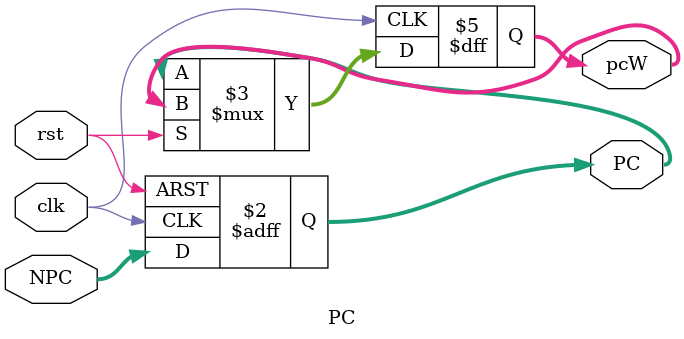
<source format=v>
module PC( clk, rst, NPC, PC ,pcW);

  input              clk;
  input              rst;
  input       [31:0] NPC;
  output reg  [31:0] PC;
  output reg  [31:0] pcW;//for better

  always @(posedge clk, posedge rst)
    if (rst) 
      PC <= 32'h0000_0000;
//      PC <= 32'h0000_3000;
    else begin
      PC <= NPC;
      pcW <=PC;//give PC to pcW ealier 
    end

endmodule


</source>
